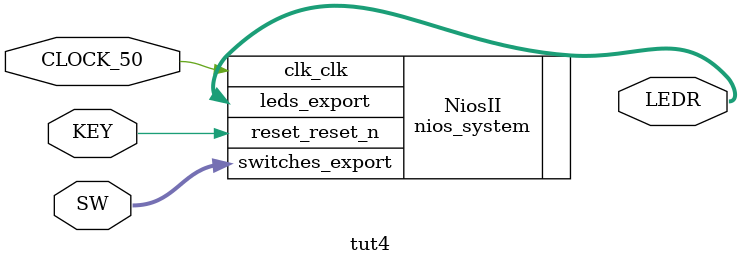
<source format=v>
module tut4(CLOCK_50, SW, KEY, LEDR);
	input CLOCK_50;
	input [7:0] SW;
	input [0:0] KEY;
	output [7:0] LEDR;
	
	nios_system NiosII(
		.clk_clk(CLOCK_50),
		.reset_reset_n(KEY),
		.switches_export(SW),
		.leds_export(LEDR));

endmodule 
</source>
